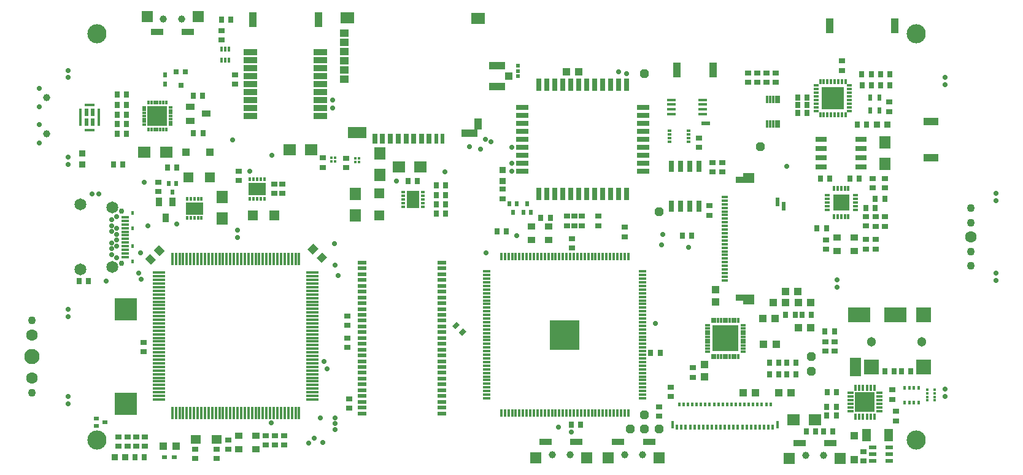
<source format=gbr>
G75*
%MOIN*%
%OFA0B0*%
%FSLAX25Y25*%
%IPPOS*%
%LPD*%
%AMOC8*
5,1,8,0,0,1.08239X$1,22.5*
%
%ADD10C,0.06306*%
%ADD11C,0.04337*%
%ADD12C,0.08274*%
%ADD13C,0.02762*%
%ADD14R,0.01581X0.06699*%
%ADD15R,0.06699X0.01581*%
%ADD16R,0.05124X0.02369*%
%ADD17R,0.09770X0.06896*%
%ADD18R,0.01384X0.02172*%
%ADD19R,0.16148X0.16148*%
%ADD20R,0.01575X0.04429*%
%ADD21R,0.04429X0.01575*%
%ADD22R,0.03400X0.02600*%
%ADD23R,0.02600X0.03400*%
%ADD24R,0.03156X0.07093*%
%ADD25R,0.07093X0.03156*%
%ADD26R,0.03550X0.01581*%
%ADD27R,0.06299X0.05512*%
%ADD28R,0.04134X0.03543*%
%ADD29R,0.01581X0.03038*%
%ADD30R,0.01778X0.04337*%
%ADD31R,0.01581X0.02369*%
%ADD32R,0.03400X0.04600*%
%ADD33R,0.05912X0.06699*%
%ADD34R,0.06699X0.05912*%
%ADD35R,0.01975X0.02959*%
%ADD36R,0.04400X0.04400*%
%ADD37R,0.05518X0.05518*%
%ADD38R,0.02762X0.06306*%
%ADD39R,0.01975X0.01581*%
%ADD40R,0.03550X0.03550*%
%ADD41R,0.02400X0.03400*%
%ADD42R,0.04400X0.03400*%
%ADD43R,0.14180X0.14180*%
%ADD44R,0.02959X0.01187*%
%ADD45R,0.01187X0.02959*%
%ADD46R,0.07000X0.03600*%
%ADD47R,0.05912X0.05912*%
%ADD48C,0.03943*%
%ADD49R,0.03900X0.04400*%
%ADD50R,0.05400X0.04900*%
%ADD51R,0.04400X0.03900*%
%ADD52R,0.01187X0.02369*%
%ADD53R,0.02369X0.01187*%
%ADD54R,0.10636X0.10636*%
%ADD55R,0.04600X0.03400*%
%ADD56R,0.04337X0.08274*%
%ADD57R,0.08274X0.04337*%
%ADD58R,0.08274X0.08274*%
%ADD59R,0.12211X0.08274*%
%ADD60R,0.06306X0.10243*%
%ADD61C,0.05124*%
%ADD62R,0.06306X0.02762*%
%ADD63R,0.01975X0.04140*%
%ADD64R,0.01778X0.09455*%
%ADD65R,0.05518X0.01778*%
%ADD66R,0.12211X0.12211*%
%ADD67R,0.04400X0.02400*%
%ADD68OC8,0.04731*%
%ADD69R,0.09061X0.04337*%
%ADD70R,0.04337X0.04337*%
%ADD71R,0.02369X0.02369*%
%ADD72R,0.05124X0.06699*%
%ADD73R,0.01581X0.02762*%
%ADD74R,0.02762X0.01581*%
%ADD75R,0.08668X0.08668*%
%ADD76R,0.02959X0.01581*%
%ADD77R,0.01581X0.02959*%
%ADD78C,0.02959*%
%ADD79OC8,0.02800*%
%ADD80R,0.03943X0.01581*%
%ADD81C,0.06463*%
%ADD82R,0.01778X0.02369*%
%ADD83R,0.06896X0.09770*%
%ADD84R,0.02172X0.01384*%
%ADD85C,0.01483*%
%ADD86R,0.03156X0.02369*%
%ADD87R,0.05124X0.01778*%
%ADD88C,0.02369*%
%ADD89R,0.02362X0.02953*%
%ADD90R,0.02369X0.05321*%
%ADD91R,0.03156X0.05321*%
%ADD92R,0.10243X0.06306*%
%ADD93R,0.05124X0.04258*%
%ADD94R,0.07290X0.06306*%
%ADD95R,0.04337X0.06306*%
%ADD96R,0.07487X0.03550*%
%ADD97R,0.01378X0.02559*%
%ADD98R,0.02762X0.02565*%
%ADD99R,0.02369X0.03156*%
%ADD100R,0.02959X0.01975*%
%ADD101R,0.01384X0.03550*%
%ADD102R,0.03550X0.01384*%
%ADD103R,0.10700X0.10700*%
%ADD104R,0.01306X0.04337*%
%ADD105R,0.02953X0.02362*%
%ADD106C,0.10400*%
D10*
X0049997Y0075862D03*
X0049997Y0099484D03*
X0559839Y0152634D03*
D11*
X0559839Y0160508D03*
X0559839Y0168382D03*
X0559839Y0144760D03*
X0559839Y0136886D03*
X0049997Y0107358D03*
X0049997Y0067988D03*
D12*
X0049997Y0087673D03*
D13*
X0069682Y0066020D03*
X0069682Y0062083D03*
X0069682Y0109327D03*
X0069682Y0113264D03*
X0090154Y0128618D03*
X0108068Y0133146D03*
X0109446Y0129799D03*
X0108855Y0143972D03*
X0112989Y0158736D03*
X0128737Y0159720D03*
X0161611Y0156374D03*
X0161611Y0152437D03*
X0214367Y0148894D03*
X0214760Y0137280D03*
X0216453Y0131728D03*
X0296650Y0144169D03*
X0313186Y0153421D03*
X0248028Y0183146D03*
X0274406Y0187870D03*
X0293501Y0200272D03*
X0287595Y0201650D03*
X0296257Y0205587D03*
X0299406Y0204209D03*
X0310627Y0201453D03*
X0310627Y0192791D03*
X0310627Y0188461D03*
X0392516Y0154012D03*
X0391926Y0148303D03*
X0406690Y0146925D03*
X0388776Y0105587D03*
X0487398Y0125469D03*
X0487398Y0129406D03*
X0573619Y0129012D03*
X0573619Y0132949D03*
X0573619Y0172319D03*
X0573619Y0176256D03*
X0459839Y0191020D03*
X0546060Y0235311D03*
X0546060Y0239248D03*
X0373028Y0241413D03*
X0368698Y0242398D03*
X0213186Y0227043D03*
X0213186Y0222713D03*
X0180312Y0196925D03*
X0168304Y0188461D03*
X0158855Y0205193D03*
X0111020Y0182358D03*
X0086217Y0176059D03*
X0082477Y0176059D03*
X0069682Y0192004D03*
X0069682Y0195941D03*
X0053934Y0203815D03*
X0053934Y0213657D03*
X0053934Y0223500D03*
X0053934Y0233343D03*
X0069682Y0239248D03*
X0069682Y0243185D03*
X0208658Y0085114D03*
X0210430Y0081177D03*
X0206690Y0054406D03*
X0214564Y0054406D03*
X0214564Y0051256D03*
X0214564Y0048106D03*
X0208068Y0041020D03*
X0203146Y0043382D03*
X0200390Y0040823D03*
X0180115Y0051846D03*
X0335823Y0049484D03*
X0342910Y0046531D03*
X0546060Y0066020D03*
X0546060Y0069957D03*
D14*
X0195115Y0057083D03*
X0193146Y0057083D03*
X0191178Y0057083D03*
X0189209Y0057083D03*
X0187241Y0057083D03*
X0185272Y0057083D03*
X0183304Y0057083D03*
X0181335Y0057083D03*
X0179367Y0057083D03*
X0177398Y0057083D03*
X0175430Y0057083D03*
X0173461Y0057083D03*
X0171493Y0057083D03*
X0169524Y0057083D03*
X0167556Y0057083D03*
X0165587Y0057083D03*
X0163619Y0057083D03*
X0161650Y0057083D03*
X0159682Y0057083D03*
X0157713Y0057083D03*
X0155745Y0057083D03*
X0153776Y0057083D03*
X0151808Y0057083D03*
X0149839Y0057083D03*
X0147871Y0057083D03*
X0145902Y0057083D03*
X0143934Y0057083D03*
X0141965Y0057083D03*
X0139997Y0057083D03*
X0138028Y0057083D03*
X0136060Y0057083D03*
X0134091Y0057083D03*
X0132123Y0057083D03*
X0130154Y0057083D03*
X0128186Y0057083D03*
X0126217Y0057083D03*
X0126217Y0140547D03*
X0128186Y0140547D03*
X0130154Y0140547D03*
X0132123Y0140547D03*
X0134091Y0140547D03*
X0136060Y0140547D03*
X0138028Y0140547D03*
X0139997Y0140547D03*
X0141965Y0140547D03*
X0143934Y0140547D03*
X0145902Y0140547D03*
X0147871Y0140547D03*
X0149839Y0140547D03*
X0151808Y0140547D03*
X0153776Y0140547D03*
X0155745Y0140547D03*
X0157713Y0140547D03*
X0159682Y0140547D03*
X0161650Y0140547D03*
X0163619Y0140547D03*
X0165587Y0140547D03*
X0167556Y0140547D03*
X0169524Y0140547D03*
X0171493Y0140547D03*
X0173461Y0140547D03*
X0175430Y0140547D03*
X0177398Y0140547D03*
X0179367Y0140547D03*
X0181335Y0140547D03*
X0183304Y0140547D03*
X0185272Y0140547D03*
X0187241Y0140547D03*
X0189209Y0140547D03*
X0191178Y0140547D03*
X0193146Y0140547D03*
X0195115Y0140547D03*
D15*
X0202398Y0133264D03*
X0202398Y0131295D03*
X0202398Y0129327D03*
X0202398Y0127358D03*
X0202398Y0125390D03*
X0202398Y0123421D03*
X0202398Y0121453D03*
X0202398Y0119484D03*
X0202398Y0117516D03*
X0202398Y0115547D03*
X0202398Y0113579D03*
X0202398Y0111610D03*
X0202398Y0109642D03*
X0202398Y0107673D03*
X0202398Y0105705D03*
X0202398Y0103736D03*
X0202398Y0101768D03*
X0202398Y0099799D03*
X0202398Y0097831D03*
X0202398Y0095862D03*
X0202398Y0093894D03*
X0202398Y0091925D03*
X0202398Y0089957D03*
X0202398Y0087988D03*
X0202398Y0086020D03*
X0202398Y0084051D03*
X0202398Y0082083D03*
X0202398Y0080114D03*
X0202398Y0078146D03*
X0202398Y0076177D03*
X0202398Y0074209D03*
X0202398Y0072240D03*
X0202398Y0070272D03*
X0202398Y0068303D03*
X0202398Y0066335D03*
X0202398Y0064366D03*
X0118934Y0064366D03*
X0118934Y0066335D03*
X0118934Y0068303D03*
X0118934Y0070272D03*
X0118934Y0072240D03*
X0118934Y0074209D03*
X0118934Y0076177D03*
X0118934Y0078146D03*
X0118934Y0080114D03*
X0118934Y0082083D03*
X0118934Y0084051D03*
X0118934Y0086020D03*
X0118934Y0087988D03*
X0118934Y0089957D03*
X0118934Y0091925D03*
X0118934Y0093894D03*
X0118934Y0095862D03*
X0118934Y0097831D03*
X0118934Y0099799D03*
X0118934Y0101768D03*
X0118934Y0103736D03*
X0118934Y0105705D03*
X0118934Y0107673D03*
X0118934Y0109642D03*
X0118934Y0111610D03*
X0118934Y0113579D03*
X0118934Y0115547D03*
X0118934Y0117516D03*
X0118934Y0119484D03*
X0118934Y0121453D03*
X0118934Y0123421D03*
X0118934Y0125390D03*
X0118934Y0127358D03*
X0118934Y0129327D03*
X0118934Y0131295D03*
X0118934Y0133264D03*
D16*
X0229319Y0132398D03*
X0229319Y0135547D03*
X0229319Y0138697D03*
X0229319Y0129248D03*
X0229319Y0126098D03*
X0229319Y0122949D03*
X0229319Y0119799D03*
X0229319Y0116650D03*
X0229319Y0113500D03*
X0229319Y0110350D03*
X0229319Y0107201D03*
X0229319Y0104051D03*
X0229319Y0100902D03*
X0229319Y0097752D03*
X0229319Y0094602D03*
X0229319Y0091453D03*
X0229319Y0088303D03*
X0229319Y0085154D03*
X0229319Y0082004D03*
X0229319Y0078854D03*
X0229319Y0075705D03*
X0229319Y0072555D03*
X0229319Y0069406D03*
X0229319Y0066256D03*
X0229319Y0063106D03*
X0229319Y0059957D03*
X0229319Y0056807D03*
X0272643Y0056807D03*
X0272643Y0059957D03*
X0272643Y0063106D03*
X0272643Y0066256D03*
X0272643Y0069406D03*
X0272643Y0072555D03*
X0272643Y0075705D03*
X0272643Y0078854D03*
X0272643Y0082004D03*
X0272643Y0085154D03*
X0272643Y0088303D03*
X0272643Y0091453D03*
X0272643Y0094602D03*
X0272643Y0097752D03*
X0272643Y0100902D03*
X0272643Y0104051D03*
X0272643Y0107201D03*
X0272643Y0110350D03*
X0272643Y0113500D03*
X0272643Y0116650D03*
X0272643Y0119799D03*
X0272643Y0122949D03*
X0272643Y0126098D03*
X0272643Y0129248D03*
X0272643Y0132398D03*
X0272643Y0135547D03*
X0272643Y0138697D03*
D17*
X0172241Y0178618D03*
X0138186Y0168185D03*
D18*
X0138186Y0162870D03*
X0140154Y0162870D03*
X0142123Y0162870D03*
X0136217Y0162870D03*
X0134249Y0162870D03*
X0134249Y0173500D03*
X0136217Y0173500D03*
X0138186Y0173500D03*
X0140154Y0173500D03*
X0142123Y0173500D03*
X0168304Y0173303D03*
X0170272Y0173303D03*
X0172241Y0173303D03*
X0174209Y0173303D03*
X0176178Y0173303D03*
X0176178Y0183933D03*
X0174209Y0183933D03*
X0172241Y0183933D03*
X0170272Y0183933D03*
X0168304Y0183933D03*
D19*
X0339367Y0099484D03*
D20*
X0340351Y0141856D03*
X0338383Y0141856D03*
X0336414Y0141856D03*
X0334446Y0141856D03*
X0332477Y0141856D03*
X0330509Y0141856D03*
X0328540Y0141856D03*
X0326572Y0141856D03*
X0324603Y0141856D03*
X0322635Y0141856D03*
X0320666Y0141856D03*
X0318698Y0141856D03*
X0316729Y0141856D03*
X0314760Y0141856D03*
X0312792Y0141856D03*
X0310823Y0141856D03*
X0308855Y0141856D03*
X0306886Y0141856D03*
X0304918Y0141856D03*
X0342320Y0141856D03*
X0344288Y0141856D03*
X0346257Y0141856D03*
X0348225Y0141856D03*
X0350194Y0141856D03*
X0352162Y0141856D03*
X0354131Y0141856D03*
X0356099Y0141856D03*
X0358068Y0141856D03*
X0360036Y0141856D03*
X0362005Y0141856D03*
X0363973Y0141856D03*
X0365942Y0141856D03*
X0367910Y0141856D03*
X0369879Y0141856D03*
X0371847Y0141856D03*
X0373816Y0141856D03*
X0373816Y0057112D03*
X0371847Y0057112D03*
X0369879Y0057112D03*
X0367910Y0057112D03*
X0365942Y0057112D03*
X0363973Y0057112D03*
X0362005Y0057112D03*
X0360036Y0057112D03*
X0358068Y0057112D03*
X0356099Y0057112D03*
X0354131Y0057112D03*
X0352162Y0057112D03*
X0350194Y0057112D03*
X0348225Y0057112D03*
X0346257Y0057112D03*
X0344288Y0057112D03*
X0342320Y0057112D03*
X0340351Y0057112D03*
X0338383Y0057112D03*
X0336414Y0057112D03*
X0334446Y0057112D03*
X0332477Y0057112D03*
X0330509Y0057112D03*
X0328540Y0057112D03*
X0326572Y0057112D03*
X0324603Y0057112D03*
X0322635Y0057112D03*
X0320666Y0057112D03*
X0318698Y0057112D03*
X0316729Y0057112D03*
X0314760Y0057112D03*
X0312792Y0057112D03*
X0310823Y0057112D03*
X0308855Y0057112D03*
X0306886Y0057112D03*
X0304918Y0057112D03*
D21*
X0296995Y0065035D03*
X0296995Y0067004D03*
X0296995Y0068972D03*
X0296995Y0070941D03*
X0296995Y0072909D03*
X0296995Y0074878D03*
X0296995Y0076846D03*
X0296995Y0078815D03*
X0296995Y0080783D03*
X0296995Y0082752D03*
X0296995Y0084720D03*
X0296995Y0086689D03*
X0296995Y0088657D03*
X0296995Y0090626D03*
X0296995Y0092594D03*
X0296995Y0094563D03*
X0296995Y0096531D03*
X0296995Y0098500D03*
X0296995Y0100469D03*
X0296995Y0102437D03*
X0296995Y0104406D03*
X0296995Y0106374D03*
X0296995Y0108343D03*
X0296995Y0110311D03*
X0296995Y0112280D03*
X0296995Y0114248D03*
X0296995Y0116217D03*
X0296995Y0118185D03*
X0296995Y0120154D03*
X0296995Y0122122D03*
X0296995Y0124091D03*
X0296995Y0126059D03*
X0296995Y0128028D03*
X0296995Y0129996D03*
X0296995Y0131965D03*
X0296995Y0133933D03*
X0381739Y0133933D03*
X0381739Y0131965D03*
X0381739Y0129996D03*
X0381739Y0128028D03*
X0381739Y0126059D03*
X0381739Y0124091D03*
X0381739Y0122122D03*
X0381739Y0120154D03*
X0381739Y0118185D03*
X0381739Y0116217D03*
X0381739Y0114248D03*
X0381739Y0112280D03*
X0381739Y0110311D03*
X0381739Y0108343D03*
X0381739Y0106374D03*
X0381739Y0104406D03*
X0381739Y0102437D03*
X0381739Y0100469D03*
X0381739Y0098500D03*
X0381739Y0096531D03*
X0381739Y0094563D03*
X0381739Y0092594D03*
X0381739Y0090626D03*
X0381739Y0088657D03*
X0381739Y0086689D03*
X0381739Y0084720D03*
X0381739Y0082752D03*
X0381739Y0080783D03*
X0381739Y0078815D03*
X0381739Y0076846D03*
X0381739Y0074878D03*
X0381739Y0072909D03*
X0381739Y0070941D03*
X0381739Y0068972D03*
X0381739Y0067004D03*
X0381739Y0065035D03*
D22*
X0390548Y0060311D03*
X0390548Y0055193D03*
X0397044Y0066020D03*
X0397044Y0071138D03*
X0408855Y0076453D03*
X0408855Y0081571D03*
X0480902Y0090626D03*
X0485823Y0090626D03*
X0485823Y0095744D03*
X0480902Y0095744D03*
X0517320Y0069563D03*
X0517320Y0064445D03*
X0519288Y0057949D03*
X0519288Y0052831D03*
X0501768Y0036098D03*
X0501768Y0030980D03*
X0502989Y0146098D03*
X0502989Y0151217D03*
X0508422Y0151197D03*
X0508422Y0146079D03*
X0508343Y0158500D03*
X0508343Y0163618D03*
X0513461Y0163618D03*
X0513461Y0158500D03*
X0502949Y0158539D03*
X0502949Y0163657D03*
X0481453Y0151098D03*
X0481453Y0145980D03*
X0417910Y0164445D03*
X0417910Y0169563D03*
X0419682Y0188067D03*
X0424997Y0188067D03*
X0424997Y0193185D03*
X0419682Y0193185D03*
X0412201Y0201256D03*
X0412201Y0206374D03*
X0438973Y0236689D03*
X0443894Y0236689D03*
X0448816Y0236689D03*
X0453934Y0236689D03*
X0453934Y0241807D03*
X0448816Y0241807D03*
X0443894Y0241807D03*
X0438973Y0241807D03*
X0489957Y0243185D03*
X0489957Y0248303D03*
X0515745Y0225862D03*
X0515745Y0220744D03*
X0513205Y0184366D03*
X0513205Y0179248D03*
X0506493Y0179209D03*
X0506493Y0184327D03*
X0371847Y0157949D03*
X0371847Y0152831D03*
X0357792Y0158776D03*
X0357792Y0163894D03*
X0348737Y0163894D03*
X0344682Y0163854D03*
X0340548Y0163854D03*
X0340548Y0158736D03*
X0344682Y0158736D03*
X0348737Y0158776D03*
X0343304Y0151650D03*
X0343304Y0146531D03*
X0305509Y0173500D03*
X0305509Y0178618D03*
X0220666Y0190232D03*
X0220666Y0195350D03*
X0208068Y0195547D03*
X0208068Y0190429D03*
X0186020Y0181374D03*
X0181690Y0181374D03*
X0181690Y0176256D03*
X0186020Y0176256D03*
X0162201Y0183343D03*
X0162201Y0188461D03*
X0118698Y0182358D03*
X0118698Y0177240D03*
X0160233Y0235705D03*
X0160233Y0240823D03*
X0152949Y0259524D03*
X0152949Y0264642D03*
X0221257Y0109720D03*
X0221257Y0104602D03*
X0221453Y0097713D03*
X0221453Y0092594D03*
X0222438Y0064839D03*
X0222438Y0059720D03*
X0186808Y0044760D03*
X0181886Y0044760D03*
X0176965Y0044760D03*
X0176965Y0039642D03*
X0181886Y0039642D03*
X0186808Y0039642D03*
X0156690Y0037280D03*
X0156690Y0042398D03*
X0150194Y0037476D03*
X0150194Y0032358D03*
X0138776Y0032358D03*
X0138776Y0037476D03*
X0111217Y0039051D03*
X0106690Y0039051D03*
X0101965Y0039051D03*
X0097044Y0039051D03*
X0097044Y0044169D03*
X0101965Y0044169D03*
X0106690Y0044169D03*
X0111217Y0044169D03*
X0110627Y0090232D03*
X0110627Y0095350D03*
D23*
X0080705Y0128618D03*
X0075587Y0128618D03*
X0123619Y0190232D03*
X0128737Y0190232D03*
X0099406Y0192004D03*
X0094288Y0192004D03*
X0096257Y0208539D03*
X0101375Y0208539D03*
X0101375Y0213854D03*
X0096257Y0213854D03*
X0096257Y0219169D03*
X0101375Y0219169D03*
X0101375Y0224484D03*
X0096257Y0224484D03*
X0096257Y0229996D03*
X0101375Y0229996D03*
X0137595Y0229406D03*
X0142713Y0229406D03*
X0142910Y0208933D03*
X0137792Y0208933D03*
X0152949Y0270744D03*
X0158068Y0270744D03*
X0254327Y0183146D03*
X0259446Y0183146D03*
X0269485Y0180587D03*
X0274603Y0180587D03*
X0274603Y0175272D03*
X0274603Y0170350D03*
X0269485Y0170350D03*
X0269485Y0175272D03*
X0269485Y0165232D03*
X0274603Y0165232D03*
X0302556Y0155587D03*
X0307674Y0155587D03*
X0326375Y0163067D03*
X0331493Y0163067D03*
X0403146Y0153224D03*
X0408264Y0153224D03*
X0476375Y0157358D03*
X0481493Y0157358D03*
X0502949Y0168382D03*
X0508068Y0168382D03*
X0508068Y0173279D03*
X0513186Y0173279D03*
X0499367Y0184327D03*
X0494249Y0184327D03*
X0483461Y0184327D03*
X0478343Y0184327D03*
X0498225Y0213657D03*
X0503343Y0213657D03*
X0471060Y0219957D03*
X0471060Y0224287D03*
X0471060Y0228421D03*
X0465942Y0228421D03*
X0465942Y0224287D03*
X0465942Y0219957D03*
X0500981Y0235114D03*
X0506099Y0235114D03*
X0510823Y0235114D03*
X0515942Y0235114D03*
X0515942Y0241020D03*
X0510823Y0241020D03*
X0505902Y0241020D03*
X0500784Y0241020D03*
X0473422Y0110311D03*
X0468304Y0110311D03*
X0464564Y0110311D03*
X0459446Y0110311D03*
X0480705Y0101256D03*
X0485823Y0101256D03*
X0464957Y0084327D03*
X0459839Y0084327D03*
X0455705Y0084327D03*
X0450587Y0084327D03*
X0450587Y0078028D03*
X0455705Y0078028D03*
X0459839Y0078028D03*
X0464957Y0078028D03*
X0481886Y0068382D03*
X0487005Y0068382D03*
X0486808Y0060311D03*
X0486808Y0055783D03*
X0481690Y0055783D03*
X0481690Y0060311D03*
X0479918Y0046925D03*
X0475587Y0046925D03*
X0470469Y0046925D03*
X0485036Y0046925D03*
X0513186Y0079602D03*
X0518304Y0079602D03*
X0522241Y0079602D03*
X0527359Y0079602D03*
X0391138Y0089642D03*
X0386020Y0089642D03*
X0348028Y0050665D03*
X0342910Y0050665D03*
G36*
X0283611Y0098934D02*
X0281772Y0100773D01*
X0284175Y0103176D01*
X0286014Y0101337D01*
X0283611Y0098934D01*
G37*
G36*
X0279992Y0102553D02*
X0278153Y0104392D01*
X0280556Y0106795D01*
X0282395Y0104956D01*
X0279992Y0102553D01*
G37*
X0111020Y0032949D03*
X0105902Y0032949D03*
D24*
X0325351Y0175902D03*
X0329682Y0175902D03*
X0334012Y0175902D03*
X0338343Y0175902D03*
X0342674Y0175902D03*
X0347005Y0175902D03*
X0351335Y0175902D03*
X0355666Y0175902D03*
X0359997Y0175902D03*
X0364327Y0175902D03*
X0368658Y0175902D03*
X0372989Y0175902D03*
X0372989Y0235272D03*
X0368658Y0235272D03*
X0364327Y0235272D03*
X0359997Y0235272D03*
X0355666Y0235272D03*
X0351335Y0235272D03*
X0347005Y0235272D03*
X0342674Y0235272D03*
X0338343Y0235272D03*
X0334012Y0235272D03*
X0329682Y0235272D03*
X0325351Y0235272D03*
D25*
X0316296Y0223146D03*
X0316296Y0218815D03*
X0316296Y0214484D03*
X0316296Y0210154D03*
X0316296Y0205823D03*
X0316296Y0201492D03*
X0316296Y0197161D03*
X0316296Y0192831D03*
X0316296Y0188500D03*
X0382123Y0188500D03*
X0382123Y0192831D03*
X0382123Y0197161D03*
X0382123Y0201492D03*
X0382123Y0205823D03*
X0382123Y0210154D03*
X0382123Y0214484D03*
X0382123Y0218815D03*
X0382123Y0223146D03*
D26*
X0426375Y0174366D03*
X0426375Y0172398D03*
X0426375Y0170429D03*
X0426375Y0168461D03*
X0426375Y0166492D03*
X0426375Y0164524D03*
X0426375Y0162555D03*
X0426375Y0160587D03*
X0426375Y0158618D03*
X0426375Y0156650D03*
X0426375Y0154681D03*
X0426375Y0152713D03*
X0426375Y0150744D03*
X0426375Y0148776D03*
X0426375Y0146807D03*
X0426375Y0144839D03*
X0426375Y0142870D03*
X0426375Y0140902D03*
X0426375Y0138933D03*
X0426375Y0136965D03*
X0426375Y0134996D03*
X0426375Y0133028D03*
X0426375Y0131059D03*
X0426375Y0129091D03*
D27*
X0439170Y0118776D03*
X0439170Y0184524D03*
D28*
X0434347Y0183539D03*
X0434347Y0119760D03*
D29*
X0433461Y0049484D03*
X0431099Y0049484D03*
X0428737Y0049484D03*
X0426375Y0049484D03*
X0424012Y0049484D03*
X0421650Y0049484D03*
X0419288Y0049484D03*
X0416926Y0049484D03*
X0414564Y0049484D03*
X0412201Y0049484D03*
X0409839Y0049484D03*
X0407477Y0049484D03*
X0405115Y0049484D03*
X0402753Y0049484D03*
X0400390Y0049484D03*
X0435823Y0049484D03*
X0438186Y0049484D03*
X0440548Y0049484D03*
X0442910Y0049484D03*
X0445272Y0049484D03*
X0447635Y0049484D03*
X0449997Y0049484D03*
X0452359Y0049484D03*
D30*
X0454820Y0050528D03*
X0397930Y0050528D03*
D31*
X0401572Y0061551D03*
X0403934Y0061551D03*
X0406296Y0061551D03*
X0408658Y0061551D03*
X0411020Y0061551D03*
X0413383Y0061551D03*
X0415745Y0061551D03*
X0418107Y0061551D03*
X0420469Y0061551D03*
X0422831Y0061551D03*
X0425194Y0061551D03*
X0427556Y0061551D03*
X0429918Y0061551D03*
X0432280Y0061551D03*
X0434642Y0061551D03*
X0437005Y0061551D03*
X0439367Y0061551D03*
X0441729Y0061551D03*
X0444091Y0061551D03*
X0446453Y0061551D03*
X0448816Y0061551D03*
X0451178Y0061551D03*
X0104623Y0139228D03*
X0104623Y0147614D03*
X0104623Y0157457D03*
X0104623Y0165803D03*
D32*
X0118796Y0171827D03*
X0126276Y0171827D03*
X0122536Y0163165D03*
D33*
X0153343Y0162673D03*
X0153343Y0174484D03*
X0225587Y0176059D03*
X0225587Y0164248D03*
X0238816Y0186295D03*
X0238816Y0198106D03*
X0513186Y0192201D03*
X0513186Y0204012D03*
D34*
X0261020Y0190823D03*
X0249209Y0190823D03*
X0201611Y0199957D03*
X0189800Y0199957D03*
X0122831Y0198697D03*
X0111020Y0198697D03*
X0463579Y0053224D03*
X0475390Y0053224D03*
D35*
X0320863Y0166118D03*
X0316926Y0166118D03*
X0311217Y0166118D03*
X0309249Y0170646D03*
X0313186Y0170646D03*
X0318894Y0170646D03*
X0128146Y0181669D03*
X0124209Y0181669D03*
X0126178Y0177142D03*
D36*
X0133674Y0198598D03*
X0146635Y0198598D03*
X0496749Y0044744D03*
X0496749Y0031783D03*
D37*
X0238776Y0164445D03*
X0238776Y0176256D03*
X0181690Y0164445D03*
X0169879Y0164445D03*
X0146650Y0184917D03*
X0134839Y0184917D03*
D38*
X0397221Y0191054D03*
X0402221Y0191054D03*
X0407221Y0191054D03*
X0412221Y0191054D03*
X0412221Y0169332D03*
X0407221Y0169332D03*
X0402221Y0169332D03*
X0397221Y0169332D03*
D39*
X0396453Y0204406D03*
X0396453Y0206374D03*
X0396453Y0208343D03*
X0396453Y0210311D03*
X0406690Y0210311D03*
X0406690Y0208343D03*
X0406690Y0206374D03*
X0406690Y0204406D03*
D40*
X0305509Y0189051D03*
X0305509Y0183146D03*
X0508855Y0213657D03*
X0514760Y0213657D03*
X0100784Y0032949D03*
X0094879Y0032949D03*
X0077162Y0192004D03*
X0077162Y0197909D03*
D41*
X0505390Y0221517D03*
X0510351Y0221517D03*
X0510351Y0228470D03*
X0505390Y0228470D03*
D42*
X0496611Y0152467D03*
X0487157Y0152467D03*
X0487157Y0145006D03*
X0496611Y0145006D03*
X0330789Y0150872D03*
X0321335Y0150872D03*
X0321335Y0158333D03*
X0330789Y0158333D03*
X0171768Y0044750D03*
X0171768Y0037289D03*
X0162315Y0037289D03*
X0162315Y0044750D03*
D43*
X0426611Y0097555D03*
D44*
X0436375Y0096768D03*
X0436375Y0098343D03*
X0436375Y0099917D03*
X0436375Y0101492D03*
X0436375Y0103067D03*
X0436375Y0104642D03*
X0436375Y0095193D03*
X0436375Y0093618D03*
X0436375Y0092043D03*
X0436375Y0090469D03*
X0416847Y0090469D03*
X0416847Y0092043D03*
X0416847Y0093618D03*
X0416847Y0095193D03*
X0416847Y0096768D03*
X0416847Y0098343D03*
X0416847Y0099917D03*
X0416847Y0101492D03*
X0416847Y0103067D03*
X0416847Y0104642D03*
D45*
X0419524Y0107319D03*
X0421099Y0107319D03*
X0422674Y0107319D03*
X0424249Y0107319D03*
X0425823Y0107319D03*
X0427398Y0107319D03*
X0428973Y0107319D03*
X0430548Y0107319D03*
X0432123Y0107319D03*
X0433698Y0107319D03*
X0433698Y0087791D03*
X0432123Y0087791D03*
X0430548Y0087791D03*
X0428973Y0087791D03*
X0427398Y0087791D03*
X0425823Y0087791D03*
X0424249Y0087791D03*
X0422674Y0087791D03*
X0421099Y0087791D03*
X0419524Y0087791D03*
D46*
X0385135Y0041217D03*
X0368402Y0041217D03*
X0345764Y0041217D03*
X0329032Y0041217D03*
X0466827Y0040823D03*
X0483560Y0040823D03*
X0134741Y0264051D03*
X0118009Y0264051D03*
D47*
X0112595Y0272417D03*
X0140154Y0272417D03*
X0323619Y0032850D03*
X0351178Y0032850D03*
X0362989Y0032850D03*
X0390548Y0032850D03*
X0461414Y0032457D03*
X0488973Y0032457D03*
D48*
X0480115Y0033933D03*
X0470272Y0033933D03*
X0381690Y0034327D03*
X0371847Y0034327D03*
X0342320Y0034327D03*
X0332477Y0034327D03*
X0057871Y0208736D03*
X0057871Y0228421D03*
X0121453Y0270941D03*
X0131296Y0270941D03*
D49*
X0340351Y0242398D03*
X0347044Y0242398D03*
G36*
X0202901Y0149052D02*
X0205659Y0146294D01*
X0202549Y0143184D01*
X0199791Y0145942D01*
X0202901Y0149052D01*
G37*
G36*
X0207633Y0144319D02*
X0210391Y0141561D01*
X0207281Y0138451D01*
X0204523Y0141209D01*
X0207633Y0144319D01*
G37*
G36*
X0116185Y0145473D02*
X0118943Y0148231D01*
X0122053Y0145121D01*
X0119295Y0142363D01*
X0116185Y0145473D01*
G37*
G36*
X0111453Y0140740D02*
X0114211Y0143498D01*
X0117321Y0140388D01*
X0114563Y0137630D01*
X0111453Y0140740D01*
G37*
X0121453Y0039051D03*
X0128146Y0039051D03*
X0436414Y0067988D03*
X0443107Y0067988D03*
X0455509Y0067988D03*
X0462201Y0067988D03*
X0454131Y0094366D03*
X0447438Y0094366D03*
X0466138Y0103224D03*
X0472831Y0103224D03*
X0453540Y0108343D03*
X0446847Y0108343D03*
X0452753Y0117004D03*
X0459446Y0117004D03*
X0459249Y0123106D03*
X0465942Y0123106D03*
X0466138Y0117004D03*
X0472831Y0117004D03*
D50*
X0150149Y0042811D03*
X0138821Y0042811D03*
D51*
X0415154Y0076650D03*
X0415154Y0083343D03*
X0421257Y0117201D03*
X0421257Y0123894D03*
D52*
X0122831Y0211098D03*
X0121257Y0211098D03*
X0119682Y0211098D03*
X0118107Y0211098D03*
X0116532Y0211098D03*
X0114957Y0211098D03*
X0113383Y0211098D03*
X0113383Y0225665D03*
X0114957Y0225665D03*
X0116532Y0225665D03*
X0118107Y0225665D03*
X0119682Y0225665D03*
X0121257Y0225665D03*
X0122831Y0225665D03*
D53*
X0125390Y0223106D03*
X0125390Y0221433D03*
X0125390Y0219858D03*
X0125390Y0218283D03*
X0125390Y0216709D03*
X0125390Y0215134D03*
X0125390Y0213559D03*
X0110823Y0213657D03*
X0110823Y0215232D03*
X0110823Y0216807D03*
X0110823Y0218382D03*
X0110823Y0219957D03*
X0110823Y0221531D03*
X0110823Y0223106D03*
D54*
X0118107Y0218382D03*
D55*
X0136020Y0215823D03*
X0144682Y0219563D03*
X0136020Y0223303D03*
D56*
X0170075Y0270744D03*
X0205509Y0270744D03*
X0400390Y0243382D03*
X0420075Y0243382D03*
X0483264Y0267201D03*
X0518698Y0267201D03*
D57*
X0538186Y0215232D03*
X0538186Y0195547D03*
D58*
X0534406Y0110429D03*
X0534406Y0082083D03*
X0506060Y0082083D03*
D59*
X0499367Y0110429D03*
X0519052Y0110429D03*
D60*
X0497398Y0082083D03*
D61*
X0505902Y0095744D03*
X0533461Y0095744D03*
D62*
X0500228Y0190606D03*
X0500228Y0195606D03*
X0500228Y0200606D03*
X0500228Y0205606D03*
X0478506Y0205606D03*
X0478505Y0200606D03*
X0478506Y0195606D03*
X0478506Y0190606D03*
D63*
X0082871Y0214937D03*
X0079721Y0214937D03*
X0079721Y0220252D03*
X0082871Y0220252D03*
D64*
X0086217Y0217594D03*
X0076375Y0217594D03*
D65*
X0081296Y0210705D03*
X0081296Y0224484D03*
D66*
X0100981Y0113264D03*
X0100981Y0062083D03*
X0485036Y0228028D03*
D67*
X0506655Y0038461D03*
X0506655Y0034720D03*
X0506655Y0030980D03*
X0515779Y0030980D03*
X0515779Y0034720D03*
X0515779Y0038461D03*
D68*
X0473225Y0079799D03*
X0473225Y0087673D03*
X0390548Y0048303D03*
X0382674Y0048303D03*
X0374800Y0048303D03*
X0382674Y0056177D03*
X0390548Y0166413D03*
X0445666Y0201846D03*
X0382674Y0241217D03*
D69*
X0302753Y0245744D03*
X0302753Y0234327D03*
X0287497Y0209031D03*
D70*
X0309052Y0240035D03*
D71*
X0313973Y0240035D03*
X0313973Y0242791D03*
X0313973Y0245547D03*
D72*
X0503343Y0045154D03*
X0515154Y0045154D03*
D73*
X0491926Y0218972D03*
X0489957Y0218972D03*
X0487989Y0218972D03*
X0486020Y0218972D03*
X0484052Y0218972D03*
X0482083Y0218972D03*
X0480115Y0218972D03*
X0478146Y0218972D03*
X0478146Y0237083D03*
X0480115Y0237083D03*
X0482083Y0237083D03*
X0484052Y0237083D03*
X0486020Y0237083D03*
X0487989Y0237083D03*
X0489957Y0237083D03*
X0491926Y0237083D03*
D74*
X0494091Y0234917D03*
X0494091Y0232949D03*
X0494091Y0230980D03*
X0494091Y0229012D03*
X0494091Y0227043D03*
X0494091Y0225075D03*
X0494091Y0223106D03*
X0494091Y0221138D03*
X0475981Y0221138D03*
X0475981Y0223106D03*
X0475981Y0225075D03*
X0475981Y0227043D03*
X0475981Y0229012D03*
X0475981Y0230980D03*
X0475981Y0232949D03*
X0475981Y0234917D03*
D75*
X0489564Y0171335D03*
D76*
X0481983Y0171335D03*
X0481983Y0173276D03*
X0481983Y0175218D03*
X0481983Y0169393D03*
X0481983Y0167452D03*
X0497144Y0167452D03*
X0497144Y0169393D03*
X0497144Y0171335D03*
X0497144Y0173276D03*
X0497144Y0175218D03*
D77*
X0493447Y0178915D03*
X0491505Y0178915D03*
X0489564Y0178915D03*
X0487622Y0178915D03*
X0485681Y0178915D03*
X0485681Y0163754D03*
X0487622Y0163754D03*
X0489564Y0163754D03*
X0491505Y0163754D03*
X0493447Y0163754D03*
D78*
X0098520Y0166709D03*
X0098520Y0138362D03*
D79*
X0095961Y0141512D03*
X0093205Y0143087D03*
X0093205Y0146236D03*
X0093205Y0149386D03*
X0095961Y0150961D03*
X0095961Y0154110D03*
X0095961Y0157260D03*
X0093205Y0158835D03*
X0093205Y0161984D03*
X0095961Y0163559D03*
X0093205Y0155685D03*
X0095961Y0147811D03*
D80*
X0100725Y0147614D03*
X0100725Y0145646D03*
X0100725Y0143677D03*
X0100725Y0141709D03*
X0100725Y0149583D03*
X0100725Y0151551D03*
X0100725Y0153520D03*
X0100725Y0155488D03*
X0100725Y0157457D03*
X0100725Y0159425D03*
X0100725Y0161394D03*
X0100725Y0163362D03*
D81*
X0093599Y0168795D03*
X0076316Y0170213D03*
X0093599Y0136276D03*
X0076316Y0134858D03*
D82*
X0523914Y0070843D03*
X0526473Y0070843D03*
X0529032Y0070843D03*
X0531591Y0070843D03*
X0531591Y0062772D03*
X0529032Y0062772D03*
X0526473Y0062772D03*
X0523914Y0062772D03*
D83*
X0256886Y0173106D03*
D84*
X0251572Y0173106D03*
X0251572Y0171138D03*
X0251572Y0169169D03*
X0251572Y0175075D03*
X0251572Y0177043D03*
X0262201Y0177043D03*
X0262201Y0175075D03*
X0262201Y0173106D03*
X0262201Y0171138D03*
X0262201Y0169169D03*
D85*
X0227556Y0193382D03*
X0227556Y0195350D03*
X0225587Y0195350D03*
X0225587Y0193382D03*
X0214760Y0193579D03*
X0212792Y0193579D03*
X0212792Y0195547D03*
X0214760Y0195547D03*
X0536217Y0069760D03*
X0536217Y0067791D03*
X0536217Y0065823D03*
X0536217Y0063854D03*
X0540154Y0063854D03*
X0540154Y0065823D03*
X0540154Y0067791D03*
X0540154Y0069760D03*
D86*
X0127162Y0032949D03*
X0122044Y0032949D03*
D87*
X0397438Y0219465D03*
X0397438Y0222024D03*
X0397438Y0224583D03*
X0397438Y0227142D03*
X0414367Y0227142D03*
X0414367Y0224583D03*
X0414367Y0222024D03*
X0414367Y0219465D03*
D88*
X0414564Y0214248D03*
X0417320Y0214248D03*
X0455115Y0173106D03*
X0455115Y0170350D03*
X0458461Y0170744D03*
X0458461Y0167988D03*
D89*
X0458461Y0169465D03*
X0455115Y0171827D03*
D90*
X0272831Y0206177D03*
X0269485Y0206177D03*
D91*
X0265745Y0206177D03*
X0261611Y0206177D03*
X0257379Y0206177D03*
X0253146Y0206177D03*
X0248914Y0206177D03*
X0244682Y0206177D03*
X0240449Y0206177D03*
X0236217Y0206177D03*
D92*
X0226768Y0209327D03*
D93*
X0219485Y0238343D03*
X0219485Y0243343D03*
X0219485Y0248343D03*
X0219485Y0253343D03*
X0219485Y0258343D03*
X0219485Y0263343D03*
D94*
X0221355Y0271827D03*
X0292221Y0271433D03*
D95*
X0292221Y0213953D03*
D96*
X0206690Y0218382D03*
X0206690Y0222713D03*
X0206690Y0227043D03*
X0206690Y0231374D03*
X0206690Y0235705D03*
X0206690Y0240035D03*
X0206690Y0244366D03*
X0206690Y0248697D03*
X0206690Y0253028D03*
X0168501Y0253028D03*
X0168501Y0248697D03*
X0168501Y0244366D03*
X0168501Y0240035D03*
X0168501Y0235705D03*
X0168501Y0231374D03*
X0168501Y0227043D03*
X0168501Y0222713D03*
X0168501Y0218382D03*
D97*
X0156886Y0248697D03*
X0154918Y0248697D03*
X0152949Y0248697D03*
X0152949Y0254602D03*
X0154918Y0254602D03*
X0156886Y0254602D03*
D98*
X0133461Y0242299D03*
X0128343Y0242299D03*
X0130902Y0235016D03*
D99*
X0122438Y0235705D03*
X0122438Y0240823D03*
D100*
X0084938Y0054012D03*
X0084938Y0050075D03*
X0089465Y0052043D03*
D101*
X0497411Y0055129D03*
X0499408Y0055129D03*
X0501385Y0055129D03*
X0503491Y0055129D03*
X0505477Y0055129D03*
X0507464Y0055129D03*
X0507464Y0070690D03*
X0505477Y0070690D03*
X0503491Y0070690D03*
X0501385Y0070690D03*
X0499408Y0070690D03*
X0497411Y0070690D03*
D102*
X0494557Y0067936D03*
X0494557Y0065939D03*
X0494557Y0063963D03*
X0494557Y0061856D03*
X0494557Y0059870D03*
X0494557Y0057883D03*
X0510318Y0057883D03*
X0510318Y0059870D03*
X0510318Y0061856D03*
X0510318Y0063963D03*
X0510318Y0065939D03*
X0510318Y0067936D03*
D103*
X0502398Y0062949D03*
D104*
X0455705Y0214051D03*
X0454131Y0214051D03*
X0452556Y0214051D03*
X0450981Y0214051D03*
X0449406Y0214051D03*
X0449406Y0227437D03*
X0450981Y0227437D03*
X0452556Y0227437D03*
X0454131Y0227437D03*
X0455705Y0227437D03*
D105*
X0416040Y0214248D03*
D106*
X0085430Y0042398D03*
X0085430Y0262870D03*
X0530312Y0262870D03*
X0530312Y0042398D03*
M02*

</source>
